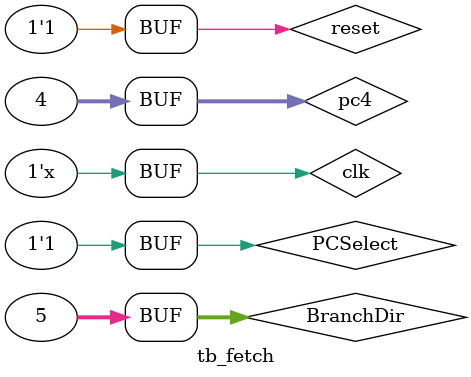
<source format=sv>
`timescale 1 ps/ 1 ps
module tb_fetch();

						
logic PCSelect, clk, reset;
logic [31:0] pc4,  BranchDir, Inst, PC4;


FETCH fetchp(PCSelect, clk, reset, pc4,  BranchDir, Inst, PC4);

						
initial begin 
	clk =0;
	reset = 1'b1;
	PCSelect = 1'b0;
	#5; 
	#5;
	pc4 = 32'd0;
	BranchDir = 32'd5;
	#5
	PCSelect = 1'd1;
	pc4 = 32'd4;
	BranchDir = 31'd5;
	
	

end
always 
	#5 clk <= !clk;

endmodule
</source>
